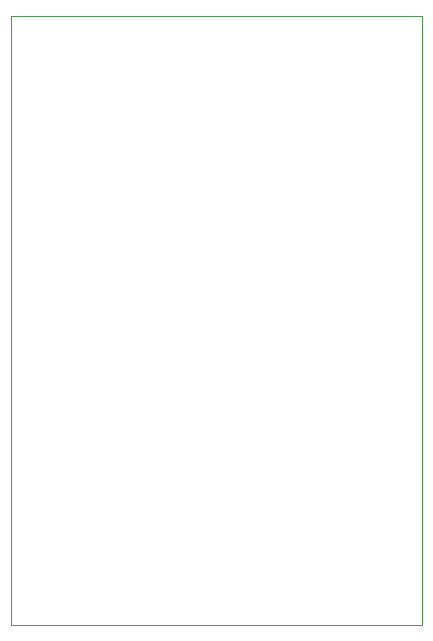
<source format=gbr>
G04 #@! TF.GenerationSoftware,KiCad,Pcbnew,5.1.3-ffb9f22~84~ubuntu16.04.1*
G04 #@! TF.CreationDate,2019-07-29T14:43:33+10:00*
G04 #@! TF.ProjectId,tankmon-pcb,74616e6b-6d6f-46e2-9d70-63622e6b6963,1a*
G04 #@! TF.SameCoordinates,Original*
G04 #@! TF.FileFunction,Profile,NP*
%FSLAX46Y46*%
G04 Gerber Fmt 4.6, Leading zero omitted, Abs format (unit mm)*
G04 Created by KiCad (PCBNEW 5.1.3-ffb9f22~84~ubuntu16.04.1) date 2019-07-29 14:43:33*
%MOMM*%
%LPD*%
G04 APERTURE LIST*
%ADD10C,0.100000*%
G04 APERTURE END LIST*
D10*
X164592000Y-75184000D02*
X129794000Y-75184000D01*
X164592000Y-126746000D02*
X164592000Y-75184000D01*
X129794000Y-126746000D02*
X164592000Y-126746000D01*
X129794000Y-75184000D02*
X129794000Y-126746000D01*
M02*

</source>
